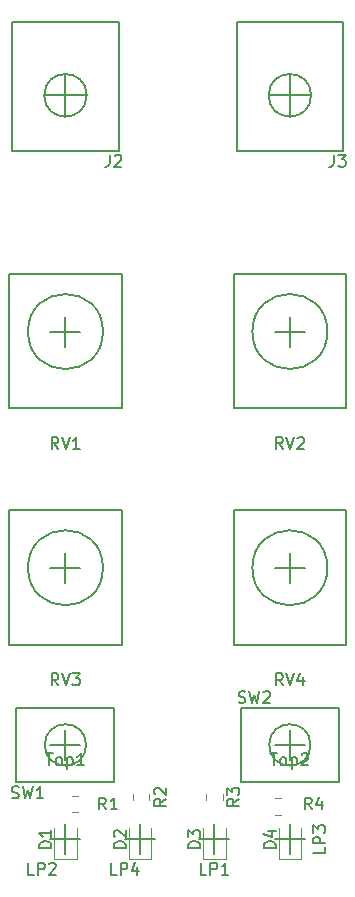
<source format=gbr>
G04 #@! TF.GenerationSoftware,KiCad,Pcbnew,5.0.2+dfsg1-1~bpo9+1*
G04 #@! TF.CreationDate,2019-05-23T15:11:14-07:00*
G04 #@! TF.ProjectId,HW,48572e6b-6963-4616-945f-706362585858,rev?*
G04 #@! TF.SameCoordinates,Original*
G04 #@! TF.FileFunction,Legend,Top*
G04 #@! TF.FilePolarity,Positive*
%FSLAX46Y46*%
G04 Gerber Fmt 4.6, Leading zero omitted, Abs format (unit mm)*
G04 Created by KiCad (PCBNEW 5.0.2+dfsg1-1~bpo9+1) date Thu 23 May 2019 03:11:14 PM PDT*
%MOMM*%
%LPD*%
G01*
G04 APERTURE LIST*
%ADD10C,0.150000*%
%ADD11C,0.120000*%
G04 APERTURE END LIST*
D10*
G04 #@! TO.C,LP4*
X122030000Y-140000000D02*
X124570000Y-140000000D01*
X123300000Y-138730000D02*
X123300000Y-141270000D01*
G04 #@! TO.C,LP3*
X136000000Y-141270000D02*
X136000000Y-138730000D01*
X134730000Y-140000000D02*
X137270000Y-140000000D01*
G04 #@! TO.C,LP2*
X115730000Y-140000000D02*
X118270000Y-140000000D01*
X117000000Y-138730000D02*
X117000000Y-141270000D01*
G04 #@! TO.C,LP1*
X128330000Y-140000000D02*
X130870000Y-140000000D01*
X129600000Y-138730000D02*
X129600000Y-141270000D01*
G04 #@! TO.C,Top2*
X134730000Y-132000000D02*
X137270000Y-132000000D01*
X136000000Y-130730000D02*
X136000000Y-133270000D01*
G04 #@! TO.C,Top1*
X115730000Y-132000000D02*
X118270000Y-132000000D01*
X117000000Y-130730000D02*
X117000000Y-133270000D01*
G04 #@! TO.C,SW1*
X118750000Y-132000000D02*
G75*
G03X118750000Y-132000000I-1750000J0D01*
G01*
X112850000Y-128850000D02*
X121150000Y-128850000D01*
X112850000Y-128850000D02*
X112850000Y-135150000D01*
X121150000Y-128850000D02*
X121150000Y-135150000D01*
X112850000Y-135150000D02*
X121150000Y-135150000D01*
G04 #@! TO.C,SW2*
X137750000Y-132000000D02*
G75*
G03X137750000Y-132000000I-1750000J0D01*
G01*
X131850000Y-128850000D02*
X140150000Y-128850000D01*
X131850000Y-128850000D02*
X131850000Y-135150000D01*
X140150000Y-128850000D02*
X140150000Y-135150000D01*
X131850000Y-135150000D02*
X140150000Y-135150000D01*
D11*
G04 #@! TO.C,D1*
X117960000Y-141685000D02*
X117960000Y-139000000D01*
X116040000Y-141685000D02*
X117960000Y-141685000D01*
X116040000Y-139000000D02*
X116040000Y-141685000D01*
G04 #@! TO.C,D3*
X130560000Y-141685000D02*
X130560000Y-139000000D01*
X128640000Y-141685000D02*
X130560000Y-141685000D01*
X128640000Y-139000000D02*
X128640000Y-141685000D01*
G04 #@! TO.C,D4*
X136960000Y-141685000D02*
X136960000Y-139000000D01*
X135040000Y-141685000D02*
X136960000Y-141685000D01*
X135040000Y-139000000D02*
X135040000Y-141685000D01*
G04 #@! TO.C,D2*
X124260000Y-141685000D02*
X124260000Y-139000000D01*
X122340000Y-141685000D02*
X124260000Y-141685000D01*
X122340000Y-139000000D02*
X122340000Y-141685000D01*
G04 #@! TO.C,R4*
X134741422Y-137910000D02*
X135258578Y-137910000D01*
X134741422Y-136490000D02*
X135258578Y-136490000D01*
G04 #@! TO.C,R1*
X118058578Y-136290000D02*
X117541422Y-136290000D01*
X118058578Y-137710000D02*
X117541422Y-137710000D01*
G04 #@! TO.C,R2*
X122690000Y-136141422D02*
X122690000Y-136658578D01*
X124110000Y-136141422D02*
X124110000Y-136658578D01*
G04 #@! TO.C,R3*
X128890000Y-136141422D02*
X128890000Y-136658578D01*
X130310000Y-136141422D02*
X130310000Y-136658578D01*
D10*
G04 #@! TO.C,RV4*
X131250000Y-112150000D02*
X140750000Y-112150000D01*
X131250000Y-123500000D02*
X140750000Y-123500000D01*
X140750000Y-112150000D02*
X140750000Y-123500000D01*
X131250000Y-112150000D02*
X131250000Y-123500000D01*
X139175000Y-117000000D02*
G75*
G03X139175000Y-117000000I-3175000J0D01*
G01*
X136000000Y-115730000D02*
X136000000Y-118270000D01*
X134730000Y-117000000D02*
X137270000Y-117000000D01*
G04 #@! TO.C,RV3*
X112250000Y-112150000D02*
X121750000Y-112150000D01*
X112250000Y-123500000D02*
X121750000Y-123500000D01*
X121750000Y-112150000D02*
X121750000Y-123500000D01*
X112250000Y-112150000D02*
X112250000Y-123500000D01*
X120175000Y-117000000D02*
G75*
G03X120175000Y-117000000I-3175000J0D01*
G01*
X117000000Y-115730000D02*
X117000000Y-118270000D01*
X115730000Y-117000000D02*
X118270000Y-117000000D01*
G04 #@! TO.C,RV2*
X131250000Y-92150000D02*
X140750000Y-92150000D01*
X131250000Y-103500000D02*
X140750000Y-103500000D01*
X140750000Y-92150000D02*
X140750000Y-103500000D01*
X131250000Y-92150000D02*
X131250000Y-103500000D01*
X139175000Y-97000000D02*
G75*
G03X139175000Y-97000000I-3175000J0D01*
G01*
X136000000Y-95730000D02*
X136000000Y-98270000D01*
X134730000Y-97000000D02*
X137270000Y-97000000D01*
G04 #@! TO.C,RV1*
X112250000Y-92150000D02*
X121750000Y-92150000D01*
X112250000Y-103500000D02*
X121750000Y-103500000D01*
X121750000Y-92150000D02*
X121750000Y-103500000D01*
X112250000Y-92150000D02*
X112250000Y-103500000D01*
X120175000Y-97000000D02*
G75*
G03X120175000Y-97000000I-3175000J0D01*
G01*
X117000000Y-95730000D02*
X117000000Y-98270000D01*
X115730000Y-97000000D02*
X118270000Y-97000000D01*
G04 #@! TO.C,J3*
X131500000Y-70800000D02*
X140500000Y-70800000D01*
X131500000Y-81700000D02*
X140500000Y-81700000D01*
X131500000Y-70800000D02*
X131500000Y-81700000D01*
X140500000Y-70800000D02*
X140500000Y-81700000D01*
X137800000Y-77000000D02*
G75*
G03X137800000Y-77000000I-1800000J0D01*
G01*
X136000000Y-75200000D02*
X136000000Y-78800000D01*
X134200000Y-77000000D02*
X137800000Y-77000000D01*
G04 #@! TO.C,J2*
X112500000Y-70800000D02*
X121500000Y-70800000D01*
X112500000Y-81700000D02*
X121500000Y-81700000D01*
X112500000Y-70800000D02*
X112500000Y-81700000D01*
X121500000Y-70800000D02*
X121500000Y-81700000D01*
X118800000Y-77000000D02*
G75*
G03X118800000Y-77000000I-1800000J0D01*
G01*
X117000000Y-75200000D02*
X117000000Y-78800000D01*
X115200000Y-77000000D02*
X118800000Y-77000000D01*
G04 #@! TO.C,LP4*
X121333333Y-142992380D02*
X120857142Y-142992380D01*
X120857142Y-141992380D01*
X121666666Y-142992380D02*
X121666666Y-141992380D01*
X122047619Y-141992380D01*
X122142857Y-142040000D01*
X122190476Y-142087619D01*
X122238095Y-142182857D01*
X122238095Y-142325714D01*
X122190476Y-142420952D01*
X122142857Y-142468571D01*
X122047619Y-142516190D01*
X121666666Y-142516190D01*
X123095238Y-142325714D02*
X123095238Y-142992380D01*
X122857142Y-141944761D02*
X122619047Y-142659047D01*
X123238095Y-142659047D01*
G04 #@! TO.C,LP3*
X138992380Y-140666666D02*
X138992380Y-141142857D01*
X137992380Y-141142857D01*
X138992380Y-140333333D02*
X137992380Y-140333333D01*
X137992380Y-139952380D01*
X138040000Y-139857142D01*
X138087619Y-139809523D01*
X138182857Y-139761904D01*
X138325714Y-139761904D01*
X138420952Y-139809523D01*
X138468571Y-139857142D01*
X138516190Y-139952380D01*
X138516190Y-140333333D01*
X137992380Y-139428571D02*
X137992380Y-138809523D01*
X138373333Y-139142857D01*
X138373333Y-139000000D01*
X138420952Y-138904761D01*
X138468571Y-138857142D01*
X138563809Y-138809523D01*
X138801904Y-138809523D01*
X138897142Y-138857142D01*
X138944761Y-138904761D01*
X138992380Y-139000000D01*
X138992380Y-139285714D01*
X138944761Y-139380952D01*
X138897142Y-139428571D01*
G04 #@! TO.C,LP2*
X114333333Y-142992380D02*
X113857142Y-142992380D01*
X113857142Y-141992380D01*
X114666666Y-142992380D02*
X114666666Y-141992380D01*
X115047619Y-141992380D01*
X115142857Y-142040000D01*
X115190476Y-142087619D01*
X115238095Y-142182857D01*
X115238095Y-142325714D01*
X115190476Y-142420952D01*
X115142857Y-142468571D01*
X115047619Y-142516190D01*
X114666666Y-142516190D01*
X115619047Y-142087619D02*
X115666666Y-142040000D01*
X115761904Y-141992380D01*
X116000000Y-141992380D01*
X116095238Y-142040000D01*
X116142857Y-142087619D01*
X116190476Y-142182857D01*
X116190476Y-142278095D01*
X116142857Y-142420952D01*
X115571428Y-142992380D01*
X116190476Y-142992380D01*
G04 #@! TO.C,LP1*
X128933333Y-142992380D02*
X128457142Y-142992380D01*
X128457142Y-141992380D01*
X129266666Y-142992380D02*
X129266666Y-141992380D01*
X129647619Y-141992380D01*
X129742857Y-142040000D01*
X129790476Y-142087619D01*
X129838095Y-142182857D01*
X129838095Y-142325714D01*
X129790476Y-142420952D01*
X129742857Y-142468571D01*
X129647619Y-142516190D01*
X129266666Y-142516190D01*
X130790476Y-142992380D02*
X130219047Y-142992380D01*
X130504761Y-142992380D02*
X130504761Y-141992380D01*
X130409523Y-142135238D01*
X130314285Y-142230476D01*
X130219047Y-142278095D01*
G04 #@! TO.C,Top2*
X134333333Y-132722380D02*
X134904761Y-132722380D01*
X134619047Y-133722380D02*
X134619047Y-132722380D01*
X135380952Y-133722380D02*
X135285714Y-133674761D01*
X135238095Y-133627142D01*
X135190476Y-133531904D01*
X135190476Y-133246190D01*
X135238095Y-133150952D01*
X135285714Y-133103333D01*
X135380952Y-133055714D01*
X135523809Y-133055714D01*
X135619047Y-133103333D01*
X135666666Y-133150952D01*
X135714285Y-133246190D01*
X135714285Y-133531904D01*
X135666666Y-133627142D01*
X135619047Y-133674761D01*
X135523809Y-133722380D01*
X135380952Y-133722380D01*
X136142857Y-133055714D02*
X136142857Y-134055714D01*
X136142857Y-133103333D02*
X136238095Y-133055714D01*
X136428571Y-133055714D01*
X136523809Y-133103333D01*
X136571428Y-133150952D01*
X136619047Y-133246190D01*
X136619047Y-133531904D01*
X136571428Y-133627142D01*
X136523809Y-133674761D01*
X136428571Y-133722380D01*
X136238095Y-133722380D01*
X136142857Y-133674761D01*
X137000000Y-132817619D02*
X137047619Y-132770000D01*
X137142857Y-132722380D01*
X137380952Y-132722380D01*
X137476190Y-132770000D01*
X137523809Y-132817619D01*
X137571428Y-132912857D01*
X137571428Y-133008095D01*
X137523809Y-133150952D01*
X136952380Y-133722380D01*
X137571428Y-133722380D01*
G04 #@! TO.C,Top1*
X115333333Y-132722380D02*
X115904761Y-132722380D01*
X115619047Y-133722380D02*
X115619047Y-132722380D01*
X116380952Y-133722380D02*
X116285714Y-133674761D01*
X116238095Y-133627142D01*
X116190476Y-133531904D01*
X116190476Y-133246190D01*
X116238095Y-133150952D01*
X116285714Y-133103333D01*
X116380952Y-133055714D01*
X116523809Y-133055714D01*
X116619047Y-133103333D01*
X116666666Y-133150952D01*
X116714285Y-133246190D01*
X116714285Y-133531904D01*
X116666666Y-133627142D01*
X116619047Y-133674761D01*
X116523809Y-133722380D01*
X116380952Y-133722380D01*
X117142857Y-133055714D02*
X117142857Y-134055714D01*
X117142857Y-133103333D02*
X117238095Y-133055714D01*
X117428571Y-133055714D01*
X117523809Y-133103333D01*
X117571428Y-133150952D01*
X117619047Y-133246190D01*
X117619047Y-133531904D01*
X117571428Y-133627142D01*
X117523809Y-133674761D01*
X117428571Y-133722380D01*
X117238095Y-133722380D01*
X117142857Y-133674761D01*
X118571428Y-133722380D02*
X118000000Y-133722380D01*
X118285714Y-133722380D02*
X118285714Y-132722380D01*
X118190476Y-132865238D01*
X118095238Y-132960476D01*
X118000000Y-133008095D01*
G04 #@! TO.C,SW1*
X112466666Y-136468761D02*
X112609523Y-136516380D01*
X112847619Y-136516380D01*
X112942857Y-136468761D01*
X112990476Y-136421142D01*
X113038095Y-136325904D01*
X113038095Y-136230666D01*
X112990476Y-136135428D01*
X112942857Y-136087809D01*
X112847619Y-136040190D01*
X112657142Y-135992571D01*
X112561904Y-135944952D01*
X112514285Y-135897333D01*
X112466666Y-135802095D01*
X112466666Y-135706857D01*
X112514285Y-135611619D01*
X112561904Y-135564000D01*
X112657142Y-135516380D01*
X112895238Y-135516380D01*
X113038095Y-135564000D01*
X113371428Y-135516380D02*
X113609523Y-136516380D01*
X113800000Y-135802095D01*
X113990476Y-136516380D01*
X114228571Y-135516380D01*
X115133333Y-136516380D02*
X114561904Y-136516380D01*
X114847619Y-136516380D02*
X114847619Y-135516380D01*
X114752380Y-135659238D01*
X114657142Y-135754476D01*
X114561904Y-135802095D01*
G04 #@! TO.C,SW2*
X131666666Y-128404761D02*
X131809523Y-128452380D01*
X132047619Y-128452380D01*
X132142857Y-128404761D01*
X132190476Y-128357142D01*
X132238095Y-128261904D01*
X132238095Y-128166666D01*
X132190476Y-128071428D01*
X132142857Y-128023809D01*
X132047619Y-127976190D01*
X131857142Y-127928571D01*
X131761904Y-127880952D01*
X131714285Y-127833333D01*
X131666666Y-127738095D01*
X131666666Y-127642857D01*
X131714285Y-127547619D01*
X131761904Y-127500000D01*
X131857142Y-127452380D01*
X132095238Y-127452380D01*
X132238095Y-127500000D01*
X132571428Y-127452380D02*
X132809523Y-128452380D01*
X133000000Y-127738095D01*
X133190476Y-128452380D01*
X133428571Y-127452380D01*
X133761904Y-127547619D02*
X133809523Y-127500000D01*
X133904761Y-127452380D01*
X134142857Y-127452380D01*
X134238095Y-127500000D01*
X134285714Y-127547619D01*
X134333333Y-127642857D01*
X134333333Y-127738095D01*
X134285714Y-127880952D01*
X133714285Y-128452380D01*
X134333333Y-128452380D01*
G04 #@! TO.C,D1*
X115802380Y-140738095D02*
X114802380Y-140738095D01*
X114802380Y-140500000D01*
X114850000Y-140357142D01*
X114945238Y-140261904D01*
X115040476Y-140214285D01*
X115230952Y-140166666D01*
X115373809Y-140166666D01*
X115564285Y-140214285D01*
X115659523Y-140261904D01*
X115754761Y-140357142D01*
X115802380Y-140500000D01*
X115802380Y-140738095D01*
X115802380Y-139214285D02*
X115802380Y-139785714D01*
X115802380Y-139500000D02*
X114802380Y-139500000D01*
X114945238Y-139595238D01*
X115040476Y-139690476D01*
X115088095Y-139785714D01*
G04 #@! TO.C,D3*
X128402380Y-140738095D02*
X127402380Y-140738095D01*
X127402380Y-140500000D01*
X127450000Y-140357142D01*
X127545238Y-140261904D01*
X127640476Y-140214285D01*
X127830952Y-140166666D01*
X127973809Y-140166666D01*
X128164285Y-140214285D01*
X128259523Y-140261904D01*
X128354761Y-140357142D01*
X128402380Y-140500000D01*
X128402380Y-140738095D01*
X127402380Y-139833333D02*
X127402380Y-139214285D01*
X127783333Y-139547619D01*
X127783333Y-139404761D01*
X127830952Y-139309523D01*
X127878571Y-139261904D01*
X127973809Y-139214285D01*
X128211904Y-139214285D01*
X128307142Y-139261904D01*
X128354761Y-139309523D01*
X128402380Y-139404761D01*
X128402380Y-139690476D01*
X128354761Y-139785714D01*
X128307142Y-139833333D01*
G04 #@! TO.C,D4*
X134802380Y-140738095D02*
X133802380Y-140738095D01*
X133802380Y-140500000D01*
X133850000Y-140357142D01*
X133945238Y-140261904D01*
X134040476Y-140214285D01*
X134230952Y-140166666D01*
X134373809Y-140166666D01*
X134564285Y-140214285D01*
X134659523Y-140261904D01*
X134754761Y-140357142D01*
X134802380Y-140500000D01*
X134802380Y-140738095D01*
X134135714Y-139309523D02*
X134802380Y-139309523D01*
X133754761Y-139547619D02*
X134469047Y-139785714D01*
X134469047Y-139166666D01*
G04 #@! TO.C,D2*
X122102380Y-140738095D02*
X121102380Y-140738095D01*
X121102380Y-140500000D01*
X121150000Y-140357142D01*
X121245238Y-140261904D01*
X121340476Y-140214285D01*
X121530952Y-140166666D01*
X121673809Y-140166666D01*
X121864285Y-140214285D01*
X121959523Y-140261904D01*
X122054761Y-140357142D01*
X122102380Y-140500000D01*
X122102380Y-140738095D01*
X121197619Y-139785714D02*
X121150000Y-139738095D01*
X121102380Y-139642857D01*
X121102380Y-139404761D01*
X121150000Y-139309523D01*
X121197619Y-139261904D01*
X121292857Y-139214285D01*
X121388095Y-139214285D01*
X121530952Y-139261904D01*
X122102380Y-139833333D01*
X122102380Y-139214285D01*
G04 #@! TO.C,R4*
X137833333Y-137452380D02*
X137500000Y-136976190D01*
X137261904Y-137452380D02*
X137261904Y-136452380D01*
X137642857Y-136452380D01*
X137738095Y-136500000D01*
X137785714Y-136547619D01*
X137833333Y-136642857D01*
X137833333Y-136785714D01*
X137785714Y-136880952D01*
X137738095Y-136928571D01*
X137642857Y-136976190D01*
X137261904Y-136976190D01*
X138690476Y-136785714D02*
X138690476Y-137452380D01*
X138452380Y-136404761D02*
X138214285Y-137119047D01*
X138833333Y-137119047D01*
G04 #@! TO.C,R1*
X120433333Y-137452380D02*
X120100000Y-136976190D01*
X119861904Y-137452380D02*
X119861904Y-136452380D01*
X120242857Y-136452380D01*
X120338095Y-136500000D01*
X120385714Y-136547619D01*
X120433333Y-136642857D01*
X120433333Y-136785714D01*
X120385714Y-136880952D01*
X120338095Y-136928571D01*
X120242857Y-136976190D01*
X119861904Y-136976190D01*
X121385714Y-137452380D02*
X120814285Y-137452380D01*
X121100000Y-137452380D02*
X121100000Y-136452380D01*
X121004761Y-136595238D01*
X120909523Y-136690476D01*
X120814285Y-136738095D01*
G04 #@! TO.C,R2*
X125502380Y-136566666D02*
X125026190Y-136900000D01*
X125502380Y-137138095D02*
X124502380Y-137138095D01*
X124502380Y-136757142D01*
X124550000Y-136661904D01*
X124597619Y-136614285D01*
X124692857Y-136566666D01*
X124835714Y-136566666D01*
X124930952Y-136614285D01*
X124978571Y-136661904D01*
X125026190Y-136757142D01*
X125026190Y-137138095D01*
X124597619Y-136185714D02*
X124550000Y-136138095D01*
X124502380Y-136042857D01*
X124502380Y-135804761D01*
X124550000Y-135709523D01*
X124597619Y-135661904D01*
X124692857Y-135614285D01*
X124788095Y-135614285D01*
X124930952Y-135661904D01*
X125502380Y-136233333D01*
X125502380Y-135614285D01*
G04 #@! TO.C,R3*
X131702380Y-136566666D02*
X131226190Y-136900000D01*
X131702380Y-137138095D02*
X130702380Y-137138095D01*
X130702380Y-136757142D01*
X130750000Y-136661904D01*
X130797619Y-136614285D01*
X130892857Y-136566666D01*
X131035714Y-136566666D01*
X131130952Y-136614285D01*
X131178571Y-136661904D01*
X131226190Y-136757142D01*
X131226190Y-137138095D01*
X130702380Y-136233333D02*
X130702380Y-135614285D01*
X131083333Y-135947619D01*
X131083333Y-135804761D01*
X131130952Y-135709523D01*
X131178571Y-135661904D01*
X131273809Y-135614285D01*
X131511904Y-135614285D01*
X131607142Y-135661904D01*
X131654761Y-135709523D01*
X131702380Y-135804761D01*
X131702380Y-136090476D01*
X131654761Y-136185714D01*
X131607142Y-136233333D01*
G04 #@! TO.C,RV4*
X135404761Y-126952380D02*
X135071428Y-126476190D01*
X134833333Y-126952380D02*
X134833333Y-125952380D01*
X135214285Y-125952380D01*
X135309523Y-126000000D01*
X135357142Y-126047619D01*
X135404761Y-126142857D01*
X135404761Y-126285714D01*
X135357142Y-126380952D01*
X135309523Y-126428571D01*
X135214285Y-126476190D01*
X134833333Y-126476190D01*
X135690476Y-125952380D02*
X136023809Y-126952380D01*
X136357142Y-125952380D01*
X137119047Y-126285714D02*
X137119047Y-126952380D01*
X136880952Y-125904761D02*
X136642857Y-126619047D01*
X137261904Y-126619047D01*
G04 #@! TO.C,RV3*
X116404761Y-126952380D02*
X116071428Y-126476190D01*
X115833333Y-126952380D02*
X115833333Y-125952380D01*
X116214285Y-125952380D01*
X116309523Y-126000000D01*
X116357142Y-126047619D01*
X116404761Y-126142857D01*
X116404761Y-126285714D01*
X116357142Y-126380952D01*
X116309523Y-126428571D01*
X116214285Y-126476190D01*
X115833333Y-126476190D01*
X116690476Y-125952380D02*
X117023809Y-126952380D01*
X117357142Y-125952380D01*
X117595238Y-125952380D02*
X118214285Y-125952380D01*
X117880952Y-126333333D01*
X118023809Y-126333333D01*
X118119047Y-126380952D01*
X118166666Y-126428571D01*
X118214285Y-126523809D01*
X118214285Y-126761904D01*
X118166666Y-126857142D01*
X118119047Y-126904761D01*
X118023809Y-126952380D01*
X117738095Y-126952380D01*
X117642857Y-126904761D01*
X117595238Y-126857142D01*
G04 #@! TO.C,RV2*
X135404761Y-106952380D02*
X135071428Y-106476190D01*
X134833333Y-106952380D02*
X134833333Y-105952380D01*
X135214285Y-105952380D01*
X135309523Y-106000000D01*
X135357142Y-106047619D01*
X135404761Y-106142857D01*
X135404761Y-106285714D01*
X135357142Y-106380952D01*
X135309523Y-106428571D01*
X135214285Y-106476190D01*
X134833333Y-106476190D01*
X135690476Y-105952380D02*
X136023809Y-106952380D01*
X136357142Y-105952380D01*
X136642857Y-106047619D02*
X136690476Y-106000000D01*
X136785714Y-105952380D01*
X137023809Y-105952380D01*
X137119047Y-106000000D01*
X137166666Y-106047619D01*
X137214285Y-106142857D01*
X137214285Y-106238095D01*
X137166666Y-106380952D01*
X136595238Y-106952380D01*
X137214285Y-106952380D01*
G04 #@! TO.C,RV1*
X116404761Y-106952380D02*
X116071428Y-106476190D01*
X115833333Y-106952380D02*
X115833333Y-105952380D01*
X116214285Y-105952380D01*
X116309523Y-106000000D01*
X116357142Y-106047619D01*
X116404761Y-106142857D01*
X116404761Y-106285714D01*
X116357142Y-106380952D01*
X116309523Y-106428571D01*
X116214285Y-106476190D01*
X115833333Y-106476190D01*
X116690476Y-105952380D02*
X117023809Y-106952380D01*
X117357142Y-105952380D01*
X118214285Y-106952380D02*
X117642857Y-106952380D01*
X117928571Y-106952380D02*
X117928571Y-105952380D01*
X117833333Y-106095238D01*
X117738095Y-106190476D01*
X117642857Y-106238095D01*
G04 #@! TO.C,J3*
X139730666Y-82040380D02*
X139730666Y-82754666D01*
X139683047Y-82897523D01*
X139587809Y-82992761D01*
X139444952Y-83040380D01*
X139349714Y-83040380D01*
X140111619Y-82040380D02*
X140730666Y-82040380D01*
X140397333Y-82421333D01*
X140540190Y-82421333D01*
X140635428Y-82468952D01*
X140683047Y-82516571D01*
X140730666Y-82611809D01*
X140730666Y-82849904D01*
X140683047Y-82945142D01*
X140635428Y-82992761D01*
X140540190Y-83040380D01*
X140254476Y-83040380D01*
X140159238Y-82992761D01*
X140111619Y-82945142D01*
G04 #@! TO.C,J2*
X120730666Y-82040380D02*
X120730666Y-82754666D01*
X120683047Y-82897523D01*
X120587809Y-82992761D01*
X120444952Y-83040380D01*
X120349714Y-83040380D01*
X121159238Y-82135619D02*
X121206857Y-82088000D01*
X121302095Y-82040380D01*
X121540190Y-82040380D01*
X121635428Y-82088000D01*
X121683047Y-82135619D01*
X121730666Y-82230857D01*
X121730666Y-82326095D01*
X121683047Y-82468952D01*
X121111619Y-83040380D01*
X121730666Y-83040380D01*
G04 #@! TD*
M02*

</source>
